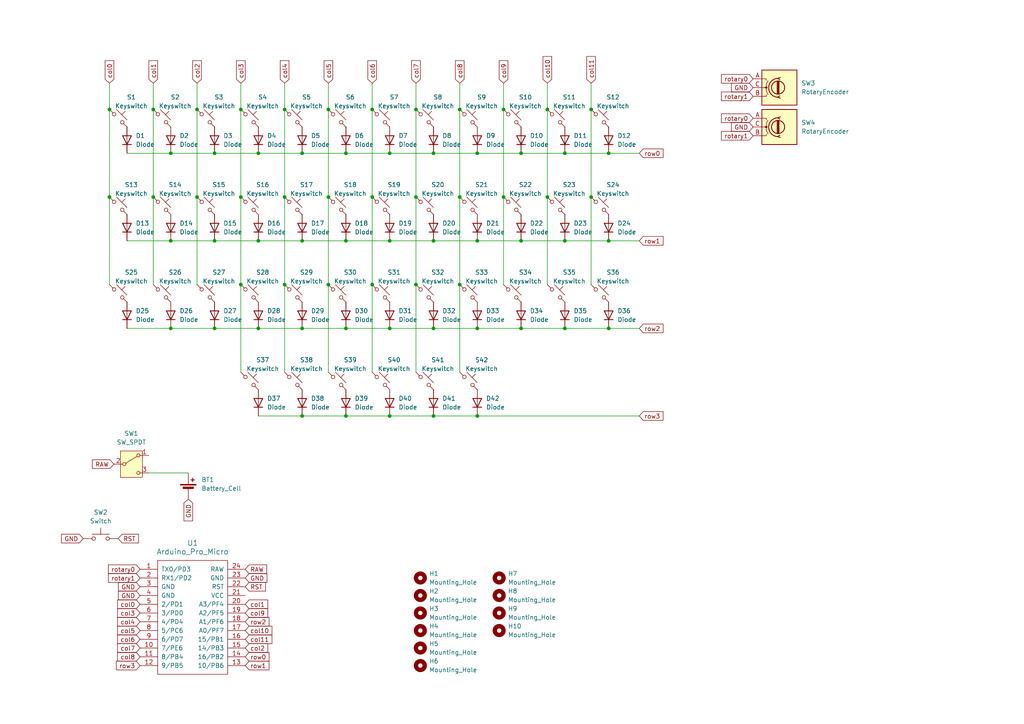
<source format=kicad_sch>
(kicad_sch (version 20250114) (generator "eeschema") (generator_version "9.0")
  (paper "A4")
  (junction (at 120.65 57.15))
  (junction (at 69.85 57.15))
  (junction (at 69.85 82.55))
  (junction (at 31.75 31.75))
  (junction (at 113.03 95.25))
  (junction (at 57.15 31.75))
  (junction (at 151.13 44.45))
  (junction (at 125.73 95.25))
  (junction (at 176.53 95.25))
  (junction (at 100.33 120.65))
  (junction (at 151.13 69.85))
  (junction (at 87.63 44.45))
  (junction (at 125.73 44.45))
  (junction (at 171.45 57.15))
  (junction (at 62.23 95.25))
  (junction (at 95.25 31.75))
  (junction (at 163.83 44.45))
  (junction (at 95.25 82.55))
  (junction (at 100.33 69.85))
  (junction (at 31.75 57.15))
  (junction (at 49.53 69.85))
  (junction (at 57.15 57.15))
  (junction (at 171.45 31.75))
  (junction (at 120.65 31.75))
  (junction (at 74.93 44.45))
  (junction (at 62.23 44.45))
  (junction (at 151.13 95.25))
  (junction (at 107.95 57.15))
  (junction (at 113.03 120.65))
  (junction (at 125.73 69.85))
  (junction (at 113.03 44.45))
  (junction (at 107.95 31.75))
  (junction (at 100.33 44.45))
  (junction (at 133.35 82.55))
  (junction (at 87.63 69.85))
  (junction (at 138.43 44.45))
  (junction (at 82.55 82.55))
  (junction (at 125.73 120.65))
  (junction (at 113.03 69.85))
  (junction (at 120.65 82.55))
  (junction (at 158.75 31.75))
  (junction (at 176.53 44.45))
  (junction (at 82.55 31.75))
  (junction (at 163.83 69.85))
  (junction (at 163.83 95.25))
  (junction (at 44.45 31.75))
  (junction (at 176.53 69.85))
  (junction (at 133.35 31.75))
  (junction (at 69.85 31.75))
  (junction (at 49.53 44.45))
  (junction (at 95.25 57.15))
  (junction (at 82.55 57.15))
  (junction (at 107.95 82.55))
  (junction (at 146.05 57.15))
  (junction (at 100.33 95.25))
  (junction (at 49.53 95.25))
  (junction (at 138.43 95.25))
  (junction (at 62.23 69.85))
  (junction (at 158.75 57.15))
  (junction (at 87.63 120.65))
  (junction (at 133.35 57.15))
  (junction (at 138.43 120.65))
  (junction (at 146.05 31.75))
  (junction (at 74.93 95.25))
  (junction (at 44.45 57.15))
  (junction (at 87.63 95.25))
  (junction (at 138.43 69.85))
  (junction (at 74.93 69.85))
  (wire (pts (xy 87.63 120.65) (xy 100.33 120.65)))
  (wire (pts (xy 100.33 44.45) (xy 113.03 44.45)))
  (wire (pts (xy 69.85 57.15) (xy 69.85 82.55)))
  (wire (pts (xy 113.03 120.65) (xy 125.73 120.65)))
  (wire (pts (xy 113.03 69.85) (xy 125.73 69.85)))
  (wire (pts (xy 125.73 44.45) (xy 138.43 44.45)))
  (wire (pts (xy 44.45 24.13) (xy 44.45 31.75)))
  (wire (pts (xy 36.83 69.85) (xy 49.53 69.85)))
  (wire (pts (xy 138.43 120.65) (xy 185.42 120.65)))
  (wire (pts (xy 151.13 69.85) (xy 163.83 69.85)))
  (wire (pts (xy 120.65 57.15) (xy 120.65 82.55)))
  (wire (pts (xy 171.45 31.75) (xy 171.45 57.15)))
  (wire (pts (xy 176.53 95.25) (xy 185.42 95.25)))
  (wire (pts (xy 107.95 57.15) (xy 107.95 82.55)))
  (wire (pts (xy 49.53 95.25) (xy 62.23 95.25)))
  (wire (pts (xy 176.53 44.45) (xy 185.42 44.45)))
  (wire (pts (xy 163.83 44.45) (xy 176.53 44.45)))
  (wire (pts (xy 158.75 31.75) (xy 158.75 57.15)))
  (wire (pts (xy 133.35 57.15) (xy 133.35 82.55)))
  (wire (pts (xy 176.53 69.85) (xy 185.42 69.85)))
  (wire (pts (xy 31.75 57.15) (xy 31.75 82.55)))
  (wire (pts (xy 125.73 69.85) (xy 138.43 69.85)))
  (wire (pts (xy 36.83 95.25) (xy 49.53 95.25)))
  (wire (pts (xy 171.45 24.13) (xy 171.45 31.75)))
  (wire (pts (xy 158.75 57.15) (xy 158.75 82.55)))
  (wire (pts (xy 62.23 69.85) (xy 74.93 69.85)))
  (wire (pts (xy 36.83 44.45) (xy 49.53 44.45)))
  (wire (pts (xy 87.63 95.25) (xy 100.33 95.25)))
  (wire (pts (xy 95.25 82.55) (xy 95.25 107.95)))
  (wire (pts (xy 107.95 24.13) (xy 107.95 31.75)))
  (wire (pts (xy 62.23 95.25) (xy 74.93 95.25)))
  (wire (pts (xy 120.65 82.55) (xy 120.65 107.95)))
  (wire (pts (xy 95.25 24.13) (xy 95.25 31.75)))
  (wire (pts (xy 62.23 44.45) (xy 74.93 44.45)))
  (wire (pts (xy 158.75 24.13) (xy 158.75 31.75)))
  (wire (pts (xy 163.83 95.25) (xy 176.53 95.25)))
  (wire (pts (xy 95.25 57.15) (xy 95.25 82.55)))
  (wire (pts (xy 133.35 31.75) (xy 133.35 57.15)))
  (wire (pts (xy 82.55 57.15) (xy 82.55 82.55)))
  (wire (pts (xy 82.55 82.55) (xy 82.55 107.95)))
  (wire (pts (xy 125.73 120.65) (xy 138.43 120.65)))
  (wire (pts (xy 133.35 24.13) (xy 133.35 31.75)))
  (wire (pts (xy 146.05 31.75) (xy 146.05 57.15)))
  (wire (pts (xy 87.63 44.45) (xy 100.33 44.45)))
  (wire (pts (xy 74.93 44.45) (xy 87.63 44.45)))
  (wire (pts (xy 107.95 82.55) (xy 107.95 107.95)))
  (wire (pts (xy 49.53 44.45) (xy 62.23 44.45)))
  (wire (pts (xy 44.45 57.15) (xy 44.45 82.55)))
  (wire (pts (xy 100.33 95.25) (xy 113.03 95.25)))
  (wire (pts (xy 49.53 69.85) (xy 62.23 69.85)))
  (wire (pts (xy 31.75 24.13) (xy 31.75 31.75)))
  (wire (pts (xy 43.18 137.16) (xy 54.61 137.16)))
  (wire (pts (xy 113.03 44.45) (xy 125.73 44.45)))
  (wire (pts (xy 69.85 82.55) (xy 69.85 107.95)))
  (wire (pts (xy 57.15 31.75) (xy 57.15 57.15)))
  (wire (pts (xy 82.55 31.75) (xy 82.55 57.15)))
  (wire (pts (xy 107.95 31.75) (xy 107.95 57.15)))
  (wire (pts (xy 82.55 24.13) (xy 82.55 31.75)))
  (wire (pts (xy 138.43 95.25) (xy 151.13 95.25)))
  (wire (pts (xy 74.93 95.25) (xy 87.63 95.25)))
  (wire (pts (xy 74.93 120.65) (xy 87.63 120.65)))
  (wire (pts (xy 74.93 69.85) (xy 87.63 69.85)))
  (wire (pts (xy 146.05 24.13) (xy 146.05 31.75)))
  (wire (pts (xy 87.63 69.85) (xy 100.33 69.85)))
  (wire (pts (xy 57.15 57.15) (xy 57.15 82.55)))
  (wire (pts (xy 113.03 95.25) (xy 125.73 95.25)))
  (wire (pts (xy 31.75 31.75) (xy 31.75 57.15)))
  (wire (pts (xy 171.45 57.15) (xy 171.45 82.55)))
  (wire (pts (xy 100.33 120.65) (xy 113.03 120.65)))
  (wire (pts (xy 57.15 24.13) (xy 57.15 31.75)))
  (wire (pts (xy 163.83 69.85) (xy 176.53 69.85)))
  (wire (pts (xy 69.85 24.13) (xy 69.85 31.75)))
  (wire (pts (xy 138.43 69.85) (xy 151.13 69.85)))
  (wire (pts (xy 44.45 31.75) (xy 44.45 57.15)))
  (wire (pts (xy 100.33 69.85) (xy 113.03 69.85)))
  (wire (pts (xy 151.13 95.25) (xy 163.83 95.25)))
  (wire (pts (xy 146.05 57.15) (xy 146.05 82.55)))
  (wire (pts (xy 125.73 95.25) (xy 138.43 95.25)))
  (wire (pts (xy 133.35 82.55) (xy 133.35 107.95)))
  (wire (pts (xy 120.65 24.13) (xy 120.65 31.75)))
  (wire (pts (xy 151.13 44.45) (xy 163.83 44.45)))
  (wire (pts (xy 95.25 31.75) (xy 95.25 57.15)))
  (wire (pts (xy 69.85 31.75) (xy 69.85 57.15)))
  (wire (pts (xy 120.65 31.75) (xy 120.65 57.15)))
  (wire (pts (xy 138.43 44.45) (xy 151.13 44.45)))
  (global_label "col0" (shape input) (at 40.64 175.26 180) (property "Intersheetrefs" "${INTERSHEET_REFS}" (effects (hide yes))))
  (global_label "row1" (shape input) (at 185.42 69.85 0) (property "Intersheetrefs" "${INTERSHEET_REFS}" (effects (hide yes))))
  (global_label "GND" (shape input) (at 40.64 172.72 180) (property "Intersheetrefs" "${INTERSHEET_REFS}" (effects (hide yes))))
  (global_label "row0" (shape input) (at 71.12 190.5 0) (property "Intersheetrefs" "${INTERSHEET_REFS}" (effects (hide yes))))
  (global_label "GND" (shape input) (at 218.44 25.4 180) (property "Intersheetrefs" "${INTERSHEET_REFS}" (effects (hide yes))))
  (global_label "RAW" (shape input) (at 71.12 165.1 0) (property "Intersheetrefs" "${INTERSHEET_REFS}" (effects (hide yes))))
  (global_label "row0" (shape input) (at 185.42 44.45 0) (property "Intersheetrefs" "${INTERSHEET_REFS}" (effects (hide yes))))
  (global_label "col0" (shape input) (at 31.75 24.13 90) (property "Intersheetrefs" "${INTERSHEET_REFS}" (effects (hide yes))))
  (global_label "col11" (shape input) (at 171.45 24.13 90) (property "Intersheetrefs" "${INTERSHEET_REFS}" (effects (hide yes))))
  (global_label "row2" (shape input) (at 185.42 95.25 0) (property "Intersheetrefs" "${INTERSHEET_REFS}" (effects (hide yes))))
  (global_label "col7" (shape input) (at 120.65 24.13 90) (property "Intersheetrefs" "${INTERSHEET_REFS}" (effects (hide yes))))
  (global_label "col4" (shape input) (at 82.55 24.13 90) (property "Intersheetrefs" "${INTERSHEET_REFS}" (effects (hide yes))))
  (global_label "col5" (shape input) (at 95.25 24.13 90) (property "Intersheetrefs" "${INTERSHEET_REFS}" (effects (hide yes))))
  (global_label "rotary0" (shape input) (at 218.44 22.86 180) (property "Intersheetrefs" "${INTERSHEET_REFS}" (effects (hide yes))))
  (global_label "row3" (shape input) (at 185.42 120.65 0) (property "Intersheetrefs" "${INTERSHEET_REFS}" (effects (hide yes))))
  (global_label "col9" (shape input) (at 71.12 177.8 0) (property "Intersheetrefs" "${INTERSHEET_REFS}" (effects (hide yes))))
  (global_label "rotary1" (shape input) (at 40.64 167.64 180) (property "Intersheetrefs" "${INTERSHEET_REFS}" (effects (hide yes))))
  (global_label "col6" (shape input) (at 107.95 24.13 90) (property "Intersheetrefs" "${INTERSHEET_REFS}" (effects (hide yes))))
  (global_label "GND" (shape input) (at 40.64 170.18 180) (property "Intersheetrefs" "${INTERSHEET_REFS}" (effects (hide yes))))
  (global_label "GND" (shape input) (at 24.13 156.21 180) (property "Intersheetrefs" "${INTERSHEET_REFS}" (effects (hide yes))))
  (global_label "col8" (shape input) (at 40.64 190.5 180) (property "Intersheetrefs" "${INTERSHEET_REFS}" (effects (hide yes))))
  (global_label "rotary0" (shape input) (at 218.44 34.29 180) (property "Intersheetrefs" "${INTERSHEET_REFS}" (effects (hide yes))))
  (global_label "row1" (shape input) (at 71.12 193.04 0) (property "Intersheetrefs" "${INTERSHEET_REFS}" (effects (hide yes))))
  (global_label "row2" (shape input) (at 71.12 180.34 0) (property "Intersheetrefs" "${INTERSHEET_REFS}" (effects (hide yes))))
  (global_label "col9" (shape input) (at 146.05 24.13 90) (property "Intersheetrefs" "${INTERSHEET_REFS}" (effects (hide yes))))
  (global_label "col2" (shape input) (at 71.12 187.96 0) (property "Intersheetrefs" "${INTERSHEET_REFS}" (effects (hide yes))))
  (global_label "col10" (shape input) (at 71.12 182.88 0) (property "Intersheetrefs" "${INTERSHEET_REFS}" (effects (hide yes))))
  (global_label "rotary0" (shape input) (at 40.64 165.1 180) (property "Intersheetrefs" "${INTERSHEET_REFS}" (effects (hide yes))))
  (global_label "col3" (shape input) (at 69.85 24.13 90) (property "Intersheetrefs" "${INTERSHEET_REFS}" (effects (hide yes))))
  (global_label "RAW" (shape input) (at 33.02 134.62 180) (property "Intersheetrefs" "${INTERSHEET_REFS}" (effects (hide yes))))
  (global_label "RST" (shape input) (at 71.12 170.18 0) (property "Intersheetrefs" "${INTERSHEET_REFS}" (effects (hide yes))))
  (global_label "RST" (shape input) (at 34.29 156.21 0) (property "Intersheetrefs" "${INTERSHEET_REFS}" (effects (hide yes))))
  (global_label "row3" (shape input) (at 40.64 193.04 180) (property "Intersheetrefs" "${INTERSHEET_REFS}" (effects (hide yes))))
  (global_label "col10" (shape input) (at 158.75 24.13 90) (property "Intersheetrefs" "${INTERSHEET_REFS}" (effects (hide yes))))
  (global_label "col4" (shape input) (at 40.64 180.34 180) (property "Intersheetrefs" "${INTERSHEET_REFS}" (effects (hide yes))))
  (global_label "col11" (shape input) (at 71.12 185.42 0) (property "Intersheetrefs" "${INTERSHEET_REFS}" (effects (hide yes))))
  (global_label "rotary1" (shape input) (at 218.44 39.37 180) (property "Intersheetrefs" "${INTERSHEET_REFS}" (effects (hide yes))))
  (global_label "col2" (shape input) (at 57.15 24.13 90) (property "Intersheetrefs" "${INTERSHEET_REFS}" (effects (hide yes))))
  (global_label "col3" (shape input) (at 40.64 177.8 180) (property "Intersheetrefs" "${INTERSHEET_REFS}" (effects (hide yes))))
  (global_label "col6" (shape input) (at 40.64 185.42 180) (property "Intersheetrefs" "${INTERSHEET_REFS}" (effects (hide yes))))
  (global_label "col1" (shape input) (at 71.12 175.26 0) (property "Intersheetrefs" "${INTERSHEET_REFS}" (effects (hide yes))))
  (global_label "col1" (shape input) (at 44.45 24.13 90) (property "Intersheetrefs" "${INTERSHEET_REFS}" (effects (hide yes))))
  (global_label "GND" (shape input) (at 71.12 167.64 0) (property "Intersheetrefs" "${INTERSHEET_REFS}" (effects (hide yes))))
  (global_label "col5" (shape input) (at 40.64 182.88 180) (property "Intersheetrefs" "${INTERSHEET_REFS}" (effects (hide yes))))
  (global_label "GND" (shape input) (at 54.61 144.78 270) (property "Intersheetrefs" "${INTERSHEET_REFS}" (effects (hide yes))))
  (global_label "rotary1" (shape input) (at 218.44 27.94 180) (property "Intersheetrefs" "${INTERSHEET_REFS}" (effects (hide yes))))
  (global_label "GND" (shape input) (at 218.44 36.83 180) (property "Intersheetrefs" "${INTERSHEET_REFS}" (effects (hide yes))))
  (global_label "col8" (shape input) (at 133.35 24.13 90) (property "Intersheetrefs" "${INTERSHEET_REFS}" (effects (hide yes))))
  (global_label "col7" (shape input) (at 40.64 187.96 180) (property "Intersheetrefs" "${INTERSHEET_REFS}" (effects (hide yes))))
  (symbol (lib_id "ScottoKeebs:Placeholder_Diode") (at 125.73 116.84 90) (unit 1)
    (property "Reference" "D41" (at 128.27 115.5699 90) (effects (justify right)))
    (property "Value" "Diode" (at 128.27 118.1099 90) (effects (justify right)))
    (property "Footprint" "ScottoKeebs_Components:Diode_SOD-123" (effects (hide yes)))
    (property "Description" "1N4148 (DO-35) or 1N4148W (SOD-123)" (effects (hide yes)))
    (property "Sim.Device" "D" (effects (hide yes)))
    (property "Sim.Pins" "1=K 2=A" (effects (hide yes)))
  )
  (symbol (lib_id "ScottoKeebs:Placeholder_Diode") (at 151.13 40.64 90) (unit 1)
    (property "Reference" "D10" (at 153.67 39.3699 90) (effects (justify right)))
    (property "Value" "Diode" (at 153.67 41.9099 90) (effects (justify right)))
    (property "Footprint" "ScottoKeebs_Components:Diode_SOD-123" (effects (hide yes)))
    (property "Description" "1N4148 (DO-35) or 1N4148W (SOD-123)" (effects (hide yes)))
    (property "Sim.Device" "D" (effects (hide yes)))
    (property "Sim.Pins" "1=K 2=A" (effects (hide yes)))
  )
  (symbol (lib_id "ScottoKeebs:Placeholder_Keyswitch") (at 173.99 59.69 270) (mirror x) (unit 1)
    (property "Reference" "S24" (at 177.8 53.594 90))
    (property "Value" "Keyswitch" (at 177.8 56.134 90))
    (property "Footprint" "ScottoKeebs_Hotswap:Hotswap_Choc_V1_1.00u no silkscreen" (effects (hide yes)))
    (property "Description" "Push button switch, normally open, two pins, 45° tilted" (effects (hide yes)))
  )
  (symbol (lib_id "ScottoKeebs:Placeholder_Diode") (at 49.53 91.44 90) (unit 1)
    (property "Reference" "D26" (at 52.07 90.1699 90) (effects (justify right)))
    (property "Value" "Diode" (at 52.07 92.7099 90) (effects (justify right)))
    (property "Footprint" "ScottoKeebs_Components:Diode_SOD-123" (effects (hide yes)))
    (property "Description" "1N4148 (DO-35) or 1N4148W (SOD-123)" (effects (hide yes)))
    (property "Sim.Device" "D" (effects (hide yes)))
    (property "Sim.Pins" "1=K 2=A" (effects (hide yes)))
  )
  (symbol (lib_id "ScottoKeebs:Placeholder_Keyswitch") (at 148.59 59.69 270) (mirror x) (unit 1)
    (property "Reference" "S22" (at 152.4 53.594 90))
    (property "Value" "Keyswitch" (at 152.4 56.134 90))
    (property "Footprint" "ScottoKeebs_Hotswap:Hotswap_Choc_V1_1.00u no silkscreen" (effects (hide yes)))
    (property "Description" "Push button switch, normally open, two pins, 45° tilted" (effects (hide yes)))
  )
  (symbol (lib_id "ScottoKeebs:Placeholder_Diode") (at 49.53 40.64 90) (unit 1)
    (property "Reference" "D2" (at 52.07 39.3699 90) (effects (justify right)))
    (property "Value" "Diode" (at 52.07 41.9099 90) (effects (justify right)))
    (property "Footprint" "ScottoKeebs_Components:Diode_SOD-123" (effects (hide yes)))
    (property "Description" "1N4148 (DO-35) or 1N4148W (SOD-123)" (effects (hide yes)))
    (property "Sim.Device" "D" (effects (hide yes)))
    (property "Sim.Pins" "1=K 2=A" (effects (hide yes)))
  )
  (symbol (lib_id "ScottoKeebs:Placeholder_Mounting_Hole") (at 121.92 177.8 0) (unit 1)
    (property "Reference" "H3" (at 124.46 176.5299 0) (effects (justify left)))
    (property "Value" "Mounting_Hole" (at 124.46 179.0699 0) (effects (justify left)))
    (property "Footprint" "MountingHole:MountingHole_2.2mm_M2_DIN965_Pad_TopBottom" (effects (hide yes)))
    (property "Description" "Mounting Hole without connection" (effects (hide yes)))
  )
  (symbol (lib_id "ScottoKeebs:Placeholder_Diode") (at 87.63 66.04 90) (unit 1)
    (property "Reference" "D17" (at 90.17 64.7699 90) (effects (justify right)))
    (property "Value" "Diode" (at 90.17 67.3099 90) (effects (justify right)))
    (property "Footprint" "ScottoKeebs_Components:Diode_SOD-123" (effects (hide yes)))
    (property "Description" "1N4148 (DO-35) or 1N4148W (SOD-123)" (effects (hide yes)))
    (property "Sim.Device" "D" (effects (hide yes)))
    (property "Sim.Pins" "1=K 2=A" (effects (hide yes)))
  )
  (symbol (lib_id "ScottoKeebs:Placeholder_Diode") (at 125.73 40.64 90) (unit 1)
    (property "Reference" "D8" (at 128.27 39.3699 90) (effects (justify right)))
    (property "Value" "Diode" (at 128.27 41.9099 90) (effects (justify right)))
    (property "Footprint" "ScottoKeebs_Components:Diode_SOD-123" (effects (hide yes)))
    (property "Description" "1N4148 (DO-35) or 1N4148W (SOD-123)" (effects (hide yes)))
    (property "Sim.Device" "D" (effects (hide yes)))
    (property "Sim.Pins" "1=K 2=A" (effects (hide yes)))
  )
  (symbol (lib_id "ScottoKeebs:Placeholder_Keyswitch") (at 123.19 110.49 270) (mirror x) (unit 1)
    (property "Reference" "S41" (at 127 104.394 90))
    (property "Value" "Keyswitch" (at 127 106.934 90))
    (property "Footprint" "ScottoKeebs_Hotswap:Hotswap_Choc_V1_1.00u no silkscreen" (effects (hide yes)))
    (property "Description" "Push button switch, normally open, two pins, 45° tilted" (effects (hide yes)))
  )
  (symbol (lib_id "ScottoKeebs:Placeholder_Mounting_Hole") (at 121.92 167.64 0) (unit 1)
    (property "Reference" "H1" (at 124.46 166.3699 0) (effects (justify left)))
    (property "Value" "Mounting_Hole" (at 124.46 168.9099 0) (effects (justify left)))
    (property "Footprint" "MountingHole:MountingHole_2.2mm_M2_DIN965_Pad_TopBottom" (effects (hide yes)))
    (property "Description" "Mounting Hole without connection" (effects (hide yes)))
  )
  (symbol (lib_id "ScottoKeebs:Placeholder_Diode") (at 100.33 40.64 90) (unit 1)
    (property "Reference" "D6" (at 102.87 39.3699 90) (effects (justify right)))
    (property "Value" "Diode" (at 102.87 41.9099 90) (effects (justify right)))
    (property "Footprint" "ScottoKeebs_Components:Diode_SOD-123" (effects (hide yes)))
    (property "Description" "1N4148 (DO-35) or 1N4148W (SOD-123)" (effects (hide yes)))
    (property "Sim.Device" "D" (effects (hide yes)))
    (property "Sim.Pins" "1=K 2=A" (effects (hide yes)))
  )
  (symbol (lib_id "ScottoKeebs:Placeholder_Diode") (at 138.43 116.84 90) (unit 1)
    (property "Reference" "D42" (at 140.97 115.5699 90) (effects (justify right)))
    (property "Value" "Diode" (at 140.97 118.1099 90) (effects (justify right)))
    (property "Footprint" "ScottoKeebs_Components:Diode_SOD-123" (effects (hide yes)))
    (property "Description" "1N4148 (DO-35) or 1N4148W (SOD-123)" (effects (hide yes)))
    (property "Sim.Device" "D" (effects (hide yes)))
    (property "Sim.Pins" "1=K 2=A" (effects (hide yes)))
  )
  (symbol (lib_id "ScottoKeebs:Placeholder_Keyswitch") (at 97.79 110.49 270) (mirror x) (unit 1)
    (property "Reference" "S39" (at 101.6 104.394 90))
    (property "Value" "Keyswitch" (at 101.6 106.934 90))
    (property "Footprint" "ScottoKeebs_Hotswap:Hotswap_Choc_V1_1.00u no silkscreen" (effects (hide yes)))
    (property "Description" "Push button switch, normally open, two pins, 45° tilted" (effects (hide yes)))
  )
  (symbol (lib_id "ScottoKeebs:Placeholder_Diode") (at 74.93 40.64 90) (unit 1)
    (property "Reference" "D4" (at 77.47 39.3699 90) (effects (justify right)))
    (property "Value" "Diode" (at 77.47 41.9099 90) (effects (justify right)))
    (property "Footprint" "ScottoKeebs_Components:Diode_SOD-123" (effects (hide yes)))
    (property "Description" "1N4148 (DO-35) or 1N4148W (SOD-123)" (effects (hide yes)))
    (property "Sim.Device" "D" (effects (hide yes)))
    (property "Sim.Pins" "1=K 2=A" (effects (hide yes)))
  )
  (symbol (lib_id "ScottoKeebs:Placeholder_Keyswitch") (at 110.49 34.29 270) (mirror x) (unit 1)
    (property "Reference" "S7" (at 114.3 28.194 90))
    (property "Value" "Keyswitch" (at 114.3 30.734 90))
    (property "Footprint" "ScottoKeebs_Hotswap:Hotswap_Choc_V1_1.00u no silkscreen" (effects (hide yes)))
    (property "Description" "Push button switch, normally open, two pins, 45° tilted" (effects (hide yes)))
  )
  (symbol (lib_id "ScottoKeebs:Placeholder_Keyswitch") (at 173.99 34.29 270) (mirror x) (unit 1)
    (property "Reference" "S12" (at 177.8 28.194 90))
    (property "Value" "Keyswitch" (at 177.8 30.734 90))
    (property "Footprint" "ScottoKeebs_Hotswap:Hotswap_Choc_V1_1.00u no silkscreen" (effects (hide yes)))
    (property "Description" "Push button switch, normally open, two pins, 45° tilted" (effects (hide yes)))
  )
  (symbol (lib_id "ScottoKeebs:Placeholder_Mounting_Hole") (at 121.92 193.04 0) (unit 1)
    (property "Reference" "H6" (at 124.46 191.7699 0) (effects (justify left)))
    (property "Value" "Mounting_Hole" (at 124.46 194.3099 0) (effects (justify left)))
    (property "Footprint" "MountingHole:MountingHole_2.2mm_M2_DIN965_Pad_TopBottom" (effects (hide yes)))
    (property "Description" "Mounting Hole without connection" (effects (hide yes)))
  )
  (symbol (lib_id "ScottoKeebs:Placeholder_Keyswitch") (at 135.89 110.49 270) (mirror x) (unit 1)
    (property "Reference" "S42" (at 139.7 104.394 90))
    (property "Value" "Keyswitch" (at 139.7 106.934 90))
    (property "Footprint" "ScottoKeebs_Hotswap:Hotswap_Choc_V1_1.00u no silkscreen" (effects (hide yes)))
    (property "Description" "Push button switch, normally open, two pins, 45° tilted" (effects (hide yes)))
  )
  (symbol (lib_id "ScottoKeebs:Placeholder_Mounting_Hole") (at 144.78 167.64 0) (unit 1)
    (property "Reference" "H7" (at 147.32 166.3699 0) (effects (justify left)))
    (property "Value" "Mounting_Hole" (at 147.32 168.9099 0) (effects (justify left)))
    (property "Footprint" "MountingHole:MountingHole_3.2mm_M3" (effects (hide yes)))
    (property "Description" "Mounting Hole without connection" (effects (hide yes)))
  )
  (symbol (lib_id "ScottoKeebs:Placeholder_Keyswitch") (at 161.29 85.09 270) (mirror x) (unit 1)
    (property "Reference" "S35" (at 165.1 78.994 90))
    (property "Value" "Keyswitch" (at 165.1 81.534 90))
    (property "Footprint" "ScottoKeebs_Hotswap:Hotswap_Choc_V1_1.00u no silkscreen" (effects (hide yes)))
    (property "Description" "Push button switch, normally open, two pins, 45° tilted" (effects (hide yes)))
  )
  (symbol (lib_id "ScottoKeebs:Placeholder_Diode") (at 62.23 91.44 90) (unit 1)
    (property "Reference" "D27" (at 64.77 90.1699 90) (effects (justify right)))
    (property "Value" "Diode" (at 64.77 92.7099 90) (effects (justify right)))
    (property "Footprint" "ScottoKeebs_Components:Diode_SOD-123" (effects (hide yes)))
    (property "Description" "1N4148 (DO-35) or 1N4148W (SOD-123)" (effects (hide yes)))
    (property "Sim.Device" "D" (effects (hide yes)))
    (property "Sim.Pins" "1=K 2=A" (effects (hide yes)))
  )
  (symbol (lib_id "ScottoKeebs:Placeholder_Diode") (at 163.83 40.64 90) (unit 1)
    (property "Reference" "D11" (at 166.37 39.3699 90) (effects (justify right)))
    (property "Value" "Diode" (at 166.37 41.9099 90) (effects (justify right)))
    (property "Footprint" "ScottoKeebs_Components:Diode_SOD-123" (effects (hide yes)))
    (property "Description" "1N4148 (DO-35) or 1N4148W (SOD-123)" (effects (hide yes)))
    (property "Sim.Device" "D" (effects (hide yes)))
    (property "Sim.Pins" "1=K 2=A" (effects (hide yes)))
  )
  (symbol (lib_id "ScottoKeebs:Placeholder_Keyswitch") (at 148.59 85.09 270) (mirror x) (unit 1)
    (property "Reference" "S34" (at 152.4 78.994 90))
    (property "Value" "Keyswitch" (at 152.4 81.534 90))
    (property "Footprint" "ScottoKeebs_Hotswap:Hotswap_Choc_V1_1.00u no silkscreen" (effects (hide yes)))
    (property "Description" "Push button switch, normally open, two pins, 45° tilted" (effects (hide yes)))
  )
  (symbol (lib_id "ScottoKeebs:Placeholder_Diode") (at 151.13 66.04 90) (unit 1)
    (property "Reference" "D22" (at 153.67 64.7699 90) (effects (justify right)))
    (property "Value" "Diode" (at 153.67 67.3099 90) (effects (justify right)))
    (property "Footprint" "ScottoKeebs_Components:Diode_SOD-123" (effects (hide yes)))
    (property "Description" "1N4148 (DO-35) or 1N4148W (SOD-123)" (effects (hide yes)))
    (property "Sim.Device" "D" (effects (hide yes)))
    (property "Sim.Pins" "1=K 2=A" (effects (hide yes)))
  )
  (symbol (lib_id "ScottoKeebs:Placeholder_Keyswitch") (at 46.99 85.09 270) (mirror x) (unit 1)
    (property "Reference" "S26" (at 50.8 78.994 90))
    (property "Value" "Keyswitch" (at 50.8 81.534 90))
    (property "Footprint" "ScottoKeebs_Hotswap:Hotswap_Choc_V1_1.00u no silkscreen" (effects (hide yes)))
    (property "Description" "Push button switch, normally open, two pins, 45° tilted" (effects (hide yes)))
  )
  (symbol (lib_id "ScottoKeebs:Placeholder_Keyswitch") (at 110.49 59.69 270) (mirror x) (unit 1)
    (property "Reference" "S19" (at 114.3 53.594 90))
    (property "Value" "Keyswitch" (at 114.3 56.134 90))
    (property "Footprint" "ScottoKeebs_Hotswap:Hotswap_Choc_V1_1.00u no silkscreen" (effects (hide yes)))
    (property "Description" "Push button switch, normally open, two pins, 45° tilted" (effects (hide yes)))
  )
  (symbol (lib_id "ScottoKeebs:Placeholder_Diode") (at 87.63 40.64 90) (unit 1)
    (property "Reference" "D5" (at 90.17 39.3699 90) (effects (justify right)))
    (property "Value" "Diode" (at 90.17 41.9099 90) (effects (justify right)))
    (property "Footprint" "ScottoKeebs_Components:Diode_SOD-123" (effects (hide yes)))
    (property "Description" "1N4148 (DO-35) or 1N4148W (SOD-123)" (effects (hide yes)))
    (property "Sim.Device" "D" (effects (hide yes)))
    (property "Sim.Pins" "1=K 2=A" (effects (hide yes)))
  )
  (symbol (lib_id "ScottoKeebs:Placeholder_Mounting_Hole") (at 121.92 172.72 0) (unit 1)
    (property "Reference" "H2" (at 124.46 171.4499 0) (effects (justify left)))
    (property "Value" "Mounting_Hole" (at 124.46 173.9899 0) (effects (justify left)))
    (property "Footprint" "MountingHole:MountingHole_2.2mm_M2_DIN965_Pad_TopBottom" (effects (hide yes)))
    (property "Description" "Mounting Hole without connection" (effects (hide yes)))
  )
  (symbol (lib_id "ScottoKeebs:Placeholder_Keyswitch") (at 123.19 59.69 270) (mirror x) (unit 1)
    (property "Reference" "S20" (at 127 53.594 90))
    (property "Value" "Keyswitch" (at 127 56.134 90))
    (property "Footprint" "ScottoKeebs_Hotswap:Hotswap_Choc_V1_1.00u no silkscreen" (effects (hide yes)))
    (property "Description" "Push button switch, normally open, two pins, 45° tilted" (effects (hide yes)))
  )
  (symbol (lib_id "ScottoKeebs:Placeholder_Diode") (at 138.43 40.64 90) (unit 1)
    (property "Reference" "D9" (at 140.97 39.3699 90) (effects (justify right)))
    (property "Value" "Diode" (at 140.97 41.9099 90) (effects (justify right)))
    (property "Footprint" "ScottoKeebs_Components:Diode_SOD-123" (effects (hide yes)))
    (property "Description" "1N4148 (DO-35) or 1N4148W (SOD-123)" (effects (hide yes)))
    (property "Sim.Device" "D" (effects (hide yes)))
    (property "Sim.Pins" "1=K 2=A" (effects (hide yes)))
  )
  (symbol (lib_id "ScottoKeebs:Placeholder_Keyswitch") (at 46.99 34.29 270) (mirror x) (unit 1)
    (property "Reference" "S2" (at 50.8 28.194 90))
    (property "Value" "Keyswitch" (at 50.8 30.734 90))
    (property "Footprint" "ScottoKeebs_Hotswap:Hotswap_Choc_V1_1.00u no silkscreen" (effects (hide yes)))
    (property "Description" "Push button switch, normally open, two pins, 45° tilted" (effects (hide yes)))
  )
  (symbol (lib_id "ScottoKeebs:Placeholder_Keyswitch") (at 85.09 110.49 270) (mirror x) (unit 1)
    (property "Reference" "S38" (at 88.9 104.394 90))
    (property "Value" "Keyswitch" (at 88.9 106.934 90))
    (property "Footprint" "ScottoKeebs_Hotswap:Hotswap_Choc_V1_1.00u no silkscreen" (effects (hide yes)))
    (property "Description" "Push button switch, normally open, two pins, 45° tilted" (effects (hide yes)))
  )
  (symbol (lib_id "ScottoKeebs:Placeholder_Keyswitch") (at 72.39 59.69 270) (mirror x) (unit 1)
    (property "Reference" "S16" (at 76.2 53.594 90))
    (property "Value" "Keyswitch" (at 76.2 56.134 90))
    (property "Footprint" "ScottoKeebs_Hotswap:Hotswap_Choc_V1_1.00u no silkscreen" (effects (hide yes)))
    (property "Description" "Push button switch, normally open, two pins, 45° tilted" (effects (hide yes)))
  )
  (symbol (lib_id "ScottoKeebs:Placeholder_Keyswitch") (at 72.39 85.09 270) (mirror x) (unit 1)
    (property "Reference" "S28" (at 76.2 78.994 90))
    (property "Value" "Keyswitch" (at 76.2 81.534 90))
    (property "Footprint" "ScottoKeebs_Hotswap:Hotswap_Choc_V1_1.00u no silkscreen" (effects (hide yes)))
    (property "Description" "Push button switch, normally open, two pins, 45° tilted" (effects (hide yes)))
  )
  (symbol (lib_id "ScottoKeebs:Placeholder_Diode") (at 125.73 91.44 90) (unit 1)
    (property "Reference" "D32" (at 128.27 90.1699 90) (effects (justify right)))
    (property "Value" "Diode" (at 128.27 92.7099 90) (effects (justify right)))
    (property "Footprint" "ScottoKeebs_Components:Diode_SOD-123" (effects (hide yes)))
    (property "Description" "1N4148 (DO-35) or 1N4148W (SOD-123)" (effects (hide yes)))
    (property "Sim.Device" "D" (effects (hide yes)))
    (property "Sim.Pins" "1=K 2=A" (effects (hide yes)))
  )
  (symbol (lib_id "ScottoKeebs:Placeholder_Keyswitch") (at 59.69 85.09 270) (mirror x) (unit 1)
    (property "Reference" "S27" (at 63.5 78.994 90))
    (property "Value" "Keyswitch" (at 63.5 81.534 90))
    (property "Footprint" "ScottoKeebs_Hotswap:Hotswap_Choc_V1_1.00u no silkscreen" (effects (hide yes)))
    (property "Description" "Push button switch, normally open, two pins, 45° tilted" (effects (hide yes)))
  )
  (symbol (lib_id "ScottoKeebs:Placeholder_Diode") (at 62.23 40.64 90) (unit 1)
    (property "Reference" "D3" (at 64.77 39.3699 90) (effects (justify right)))
    (property "Value" "Diode" (at 64.77 41.9099 90) (effects (justify right)))
    (property "Footprint" "ScottoKeebs_Components:Diode_SOD-123" (effects (hide yes)))
    (property "Description" "1N4148 (DO-35) or 1N4148W (SOD-123)" (effects (hide yes)))
    (property "Sim.Device" "D" (effects (hide yes)))
    (property "Sim.Pins" "1=K 2=A" (effects (hide yes)))
  )
  (symbol (lib_id "ScottoKeebs:Placeholder_Diode") (at 176.53 66.04 90) (unit 1)
    (property "Reference" "D24" (at 179.07 64.7699 90) (effects (justify right)))
    (property "Value" "Diode" (at 179.07 67.3099 90) (effects (justify right)))
    (property "Footprint" "ScottoKeebs_Components:Diode_SOD-123" (effects (hide yes)))
    (property "Description" "1N4148 (DO-35) or 1N4148W (SOD-123)" (effects (hide yes)))
    (property "Sim.Device" "D" (effects (hide yes)))
    (property "Sim.Pins" "1=K 2=A" (effects (hide yes)))
  )
  (symbol (lib_id "ScottoKeebs:Placeholder_Diode") (at 113.03 91.44 90) (unit 1)
    (property "Reference" "D31" (at 115.57 90.1699 90) (effects (justify right)))
    (property "Value" "Diode" (at 115.57 92.7099 90) (effects (justify right)))
    (property "Footprint" "ScottoKeebs_Components:Diode_SOD-123" (effects (hide yes)))
    (property "Description" "1N4148 (DO-35) or 1N4148W (SOD-123)" (effects (hide yes)))
    (property "Sim.Device" "D" (effects (hide yes)))
    (property "Sim.Pins" "1=K 2=A" (effects (hide yes)))
  )
  (symbol (lib_id "ScottoKeebs:Placeholder_Keyswitch") (at 46.99 59.69 270) (mirror x) (unit 1)
    (property "Reference" "S14" (at 50.8 53.594 90))
    (property "Value" "Keyswitch" (at 50.8 56.134 90))
    (property "Footprint" "ScottoKeebs_Hotswap:Hotswap_Choc_V1_1.00u no silkscreen" (effects (hide yes)))
    (property "Description" "Push button switch, normally open, two pins, 45° tilted" (effects (hide yes)))
  )
  (symbol (lib_id "ScottoKeebs:Placeholder_Diode") (at 36.83 91.44 90) (unit 1)
    (property "Reference" "D25" (at 39.37 90.1699 90) (effects (justify right)))
    (property "Value" "Diode" (at 39.37 92.7099 90) (effects (justify right)))
    (property "Footprint" "ScottoKeebs_Components:Diode_SOD-123" (effects (hide yes)))
    (property "Description" "1N4148 (DO-35) or 1N4148W (SOD-123)" (effects (hide yes)))
    (property "Sim.Device" "D" (effects (hide yes)))
    (property "Sim.Pins" "1=K 2=A" (effects (hide yes)))
  )
  (symbol (lib_id "ScottoKeebs:Placeholder_Keyswitch") (at 97.79 85.09 270) (mirror x) (unit 1)
    (property "Reference" "S30" (at 101.6 78.994 90))
    (property "Value" "Keyswitch" (at 101.6 81.534 90))
    (property "Footprint" "ScottoKeebs_Hotswap:Hotswap_Choc_V1_1.00u no silkscreen" (effects (hide yes)))
    (property "Description" "Push button switch, normally open, two pins, 45° tilted" (effects (hide yes)))
  )
  (symbol (lib_id "ScottoKeebs:Placeholder_Keyswitch") (at 123.19 34.29 270) (mirror x) (unit 1)
    (property "Reference" "S8" (at 127 28.194 90))
    (property "Value" "Keyswitch" (at 127 30.734 90))
    (property "Footprint" "ScottoKeebs_Hotswap:Hotswap_Choc_V1_1.00u no silkscreen" (effects (hide yes)))
    (property "Description" "Push button switch, normally open, two pins, 45° tilted" (effects (hide yes)))
  )
  (symbol (lib_id "ScottoKeebs:Placeholder_Diode") (at 113.03 40.64 90) (unit 1)
    (property "Reference" "D7" (at 115.57 39.3699 90) (effects (justify right)))
    (property "Value" "Diode" (at 115.57 41.9099 90) (effects (justify right)))
    (property "Footprint" "ScottoKeebs_Components:Diode_SOD-123" (effects (hide yes)))
    (property "Description" "1N4148 (DO-35) or 1N4148W (SOD-123)" (effects (hide yes)))
    (property "Sim.Device" "D" (effects (hide yes)))
    (property "Sim.Pins" "1=K 2=A" (effects (hide yes)))
  )
  (symbol (lib_id "ScottoKeebs:Placeholder_Keyswitch") (at 72.39 110.49 270) (mirror x) (unit 1)
    (property "Reference" "S37" (at 76.2 104.394 90))
    (property "Value" "Keyswitch" (at 76.2 106.934 90))
    (property "Footprint" "ScottoKeebs_Hotswap:Hotswap_Choc_V1_1.00u no silkscreen" (effects (hide yes)))
    (property "Description" "Push button switch, normally open, two pins, 45° tilted" (effects (hide yes)))
  )
  (symbol (lib_id "ScottoKeebs:Placeholder_Diode") (at 151.13 91.44 90) (unit 1)
    (property "Reference" "D34" (at 153.67 90.1699 90) (effects (justify right)))
    (property "Value" "Diode" (at 153.67 92.7099 90) (effects (justify right)))
    (property "Footprint" "ScottoKeebs_Components:Diode_SOD-123" (effects (hide yes)))
    (property "Description" "1N4148 (DO-35) or 1N4148W (SOD-123)" (effects (hide yes)))
    (property "Sim.Device" "D" (effects (hide yes)))
    (property "Sim.Pins" "1=K 2=A" (effects (hide yes)))
  )
  (symbol (lib_id "ScottoKeebs:Placeholder_Diode") (at 36.83 66.04 90) (unit 1)
    (property "Reference" "D13" (at 39.37 64.7699 90) (effects (justify right)))
    (property "Value" "Diode" (at 39.37 67.3099 90) (effects (justify right)))
    (property "Footprint" "ScottoKeebs_Components:Diode_SOD-123" (effects (hide yes)))
    (property "Description" "1N4148 (DO-35) or 1N4148W (SOD-123)" (effects (hide yes)))
    (property "Sim.Device" "D" (effects (hide yes)))
    (property "Sim.Pins" "1=K 2=A" (effects (hide yes)))
  )
  (symbol (lib_id "Device:RotaryEncoder") (at 226.06 36.83 0) (unit 1)
    (property "Reference" "SW4" (at 232.41 35.5599 0) (effects (justify left)))
    (property "Value" "RotaryEncoder" (at 232.41 38.0999 0) (effects (justify left)))
    (property "Footprint" "Rotary_Encoder:RotaryEncoder_Alps_EC12E_Vertical_H20mm" (effects (hide yes)))
    (property "Description" "Rotary encoder, dual channel, incremental quadrate outputs" (effects (hide yes)))
  )
  (symbol (lib_id "ScottoKeebs:Placeholder_Switch") (at 29.21 156.21 0) (unit 1)
    (property "Reference" "SW2" (at 29.21 148.59 0))
    (property "Value" "Switch" (at 29.21 151.13 0))
    (property "Footprint" "Button_Switch_SMD:Panasonic_EVQPUJ_EVQPUA" (effects (hide yes)))
    (property "Description" "Push button switch, generic, two pins" (effects (hide yes)))
  )
  (symbol (lib_id "ScottoKeebs:Placeholder_Mounting_Hole") (at 121.92 182.88 0) (unit 1)
    (property "Reference" "H4" (at 124.46 181.6099 0) (effects (justify left)))
    (property "Value" "Mounting_Hole" (at 124.46 184.1499 0) (effects (justify left)))
    (property "Footprint" "MountingHole:MountingHole_2.2mm_M2_DIN965_Pad_TopBottom" (effects (hide yes)))
    (property "Description" "Mounting Hole without connection" (effects (hide yes)))
  )
  (symbol (lib_id "ScottoKeebs:Placeholder_Diode") (at 74.93 66.04 90) (unit 1)
    (property "Reference" "D16" (at 77.47 64.7699 90) (effects (justify right)))
    (property "Value" "Diode" (at 77.47 67.3099 90) (effects (justify right)))
    (property "Footprint" "ScottoKeebs_Components:Diode_SOD-123" (effects (hide yes)))
    (property "Description" "1N4148 (DO-35) or 1N4148W (SOD-123)" (effects (hide yes)))
    (property "Sim.Device" "D" (effects (hide yes)))
    (property "Sim.Pins" "1=K 2=A" (effects (hide yes)))
  )
  (symbol (lib_id "ScottoKeebs:Placeholder_Keyswitch") (at 59.69 34.29 270) (mirror x) (unit 1)
    (property "Reference" "S3" (at 63.5 28.194 90))
    (property "Value" "Keyswitch" (at 63.5 30.734 90))
    (property "Footprint" "ScottoKeebs_Hotswap:Hotswap_Choc_V1_1.00u no silkscreen" (effects (hide yes)))
    (property "Description" "Push button switch, normally open, two pins, 45° tilted" (effects (hide yes)))
  )
  (symbol (lib_id "ScottoKeebs:Placeholder_Keyswitch") (at 97.79 59.69 270) (mirror x) (unit 1)
    (property "Reference" "S18" (at 101.6 53.594 90))
    (property "Value" "Keyswitch" (at 101.6 56.134 90))
    (property "Footprint" "ScottoKeebs_Hotswap:Hotswap_Choc_V1_1.00u no silkscreen" (effects (hide yes)))
    (property "Description" "Push button switch, normally open, two pins, 45° tilted" (effects (hide yes)))
  )
  (symbol (lib_id "ScottoKeebs:Placeholder_Keyswitch") (at 97.79 34.29 270) (mirror x) (unit 1)
    (property "Reference" "S6" (at 101.6 28.194 90))
    (property "Value" "Keyswitch" (at 101.6 30.734 90))
    (property "Footprint" "ScottoKeebs_Hotswap:Hotswap_Choc_V1_1.00u no silkscreen" (effects (hide yes)))
    (property "Description" "Push button switch, normally open, two pins, 45° tilted" (effects (hide yes)))
  )
  (symbol (lib_id "ScottoKeebs:Placeholder_Keyswitch") (at 123.19 85.09 270) (mirror x) (unit 1)
    (property "Reference" "S32" (at 127 78.994 90))
    (property "Value" "Keyswitch" (at 127 81.534 90))
    (property "Footprint" "ScottoKeebs_Hotswap:Hotswap_Choc_V1_1.00u no silkscreen" (effects (hide yes)))
    (property "Description" "Push button switch, normally open, two pins, 45° tilted" (effects (hide yes)))
  )
  (symbol (lib_id "ScottoKeebs:Placeholder_Diode") (at 163.83 66.04 90) (unit 1)
    (property "Reference" "D23" (at 166.37 64.7699 90) (effects (justify right)))
    (property "Value" "Diode" (at 166.37 67.3099 90) (effects (justify right)))
    (property "Footprint" "ScottoKeebs_Components:Diode_SOD-123" (effects (hide yes)))
    (property "Description" "1N4148 (DO-35) or 1N4148W (SOD-123)" (effects (hide yes)))
    (property "Sim.Device" "D" (effects (hide yes)))
    (property "Sim.Pins" "1=K 2=A" (effects (hide yes)))
  )
  (symbol (lib_id "ScottoKeebs:Placeholder_Diode") (at 87.63 116.84 90) (unit 1)
    (property "Reference" "D38" (at 90.17 115.5699 90) (effects (justify right)))
    (property "Value" "Diode" (at 90.17 118.1099 90) (effects (justify right)))
    (property "Footprint" "ScottoKeebs_Components:Diode_SOD-123" (effects (hide yes)))
    (property "Description" "1N4148 (DO-35) or 1N4148W (SOD-123)" (effects (hide yes)))
    (property "Sim.Device" "D" (effects (hide yes)))
    (property "Sim.Pins" "1=K 2=A" (effects (hide yes)))
  )
  (symbol (lib_id "ScottoKeebs:Placeholder_Diode") (at 176.53 91.44 90) (unit 1)
    (property "Reference" "D36" (at 179.07 90.1699 90) (effects (justify right)))
    (property "Value" "Diode" (at 179.07 92.7099 90) (effects (justify right)))
    (property "Footprint" "ScottoKeebs_Components:Diode_SOD-123" (effects (hide yes)))
    (property "Description" "1N4148 (DO-35) or 1N4148W (SOD-123)" (effects (hide yes)))
    (property "Sim.Device" "D" (effects (hide yes)))
    (property "Sim.Pins" "1=K 2=A" (effects (hide yes)))
  )
  (symbol (lib_id "ScottoKeebs:Placeholder_Mounting_Hole") (at 144.78 177.8 0) (unit 1)
    (property "Reference" "H9" (at 147.32 176.5299 0) (effects (justify left)))
    (property "Value" "Mounting_Hole" (at 147.32 179.0699 0) (effects (justify left)))
    (property "Footprint" "MountingHole:MountingHole_3.2mm_M3" (effects (hide yes)))
    (property "Description" "Mounting Hole without connection" (effects (hide yes)))
  )
  (symbol (lib_id "ScottoKeebs:Placeholder_Keyswitch") (at 85.09 34.29 270) (mirror x) (unit 1)
    (property "Reference" "S5" (at 88.9 28.194 90))
    (property "Value" "Keyswitch" (at 88.9 30.734 90))
    (property "Footprint" "ScottoKeebs_Hotswap:Hotswap_Choc_V1_1.00u no silkscreen" (effects (hide yes)))
    (property "Description" "Push button switch, normally open, two pins, 45° tilted" (effects (hide yes)))
  )
  (symbol (lib_id "ScottoKeebs:Placeholder_Diode") (at 74.93 91.44 90) (unit 1)
    (property "Reference" "D28" (at 77.47 90.1699 90) (effects (justify right)))
    (property "Value" "Diode" (at 77.47 92.7099 90) (effects (justify right)))
    (property "Footprint" "ScottoKeebs_Components:Diode_SOD-123" (effects (hide yes)))
    (property "Description" "1N4148 (DO-35) or 1N4148W (SOD-123)" (effects (hide yes)))
    (property "Sim.Device" "D" (effects (hide yes)))
    (property "Sim.Pins" "1=K 2=A" (effects (hide yes)))
  )
  (symbol (lib_id "ScottoKeebs:Placeholder_Keyswitch") (at 59.69 59.69 270) (mirror x) (unit 1)
    (property "Reference" "S15" (at 63.5 53.594 90))
    (property "Value" "Keyswitch" (at 63.5 56.134 90))
    (property "Footprint" "ScottoKeebs_Hotswap:Hotswap_Choc_V1_1.00u no silkscreen" (effects (hide yes)))
    (property "Description" "Push button switch, normally open, two pins, 45° tilted" (effects (hide yes)))
  )
  (symbol (lib_id "ScottoKeebs:Placeholder_Diode") (at 74.93 116.84 90) (unit 1)
    (property "Reference" "D37" (at 77.47 115.5699 90) (effects (justify right)))
    (property "Value" "Diode" (at 77.47 118.1099 90) (effects (justify right)))
    (property "Footprint" "ScottoKeebs_Components:Diode_SOD-123" (effects (hide yes)))
    (property "Description" "1N4148 (DO-35) or 1N4148W (SOD-123)" (effects (hide yes)))
    (property "Sim.Device" "D" (effects (hide yes)))
    (property "Sim.Pins" "1=K 2=A" (effects (hide yes)))
  )
  (symbol (lib_id "ScottoKeebs:Placeholder_Diode") (at 138.43 91.44 90) (unit 1)
    (property "Reference" "D33" (at 140.97 90.1699 90) (effects (justify right)))
    (property "Value" "Diode" (at 140.97 92.7099 90) (effects (justify right)))
    (property "Footprint" "ScottoKeebs_Components:Diode_SOD-123" (effects (hide yes)))
    (property "Description" "1N4148 (DO-35) or 1N4148W (SOD-123)" (effects (hide yes)))
    (property "Sim.Device" "D" (effects (hide yes)))
    (property "Sim.Pins" "1=K 2=A" (effects (hide yes)))
  )
  (symbol (lib_id "ScottoKeebs:Placeholder_Keyswitch") (at 148.59 34.29 270) (mirror x) (unit 1)
    (property "Reference" "S10" (at 152.4 28.194 90))
    (property "Value" "Keyswitch" (at 152.4 30.734 90))
    (property "Footprint" "ScottoKeebs_Hotswap:Hotswap_Choc_V1_1.00u no silkscreen" (effects (hide yes)))
    (property "Description" "Push button switch, normally open, two pins, 45° tilted" (effects (hide yes)))
  )
  (symbol (lib_id "ScottoKeebs:Placeholder_Diode") (at 100.33 66.04 90) (unit 1)
    (property "Reference" "D18" (at 102.87 64.7699 90) (effects (justify right)))
    (property "Value" "Diode" (at 102.87 67.3099 90) (effects (justify right)))
    (property "Footprint" "ScottoKeebs_Components:Diode_SOD-123" (effects (hide yes)))
    (property "Description" "1N4148 (DO-35) or 1N4148W (SOD-123)" (effects (hide yes)))
    (property "Sim.Device" "D" (effects (hide yes)))
    (property "Sim.Pins" "1=K 2=A" (effects (hide yes)))
  )
  (symbol (lib_id "ScottoKeebs:Placeholder_Diode") (at 100.33 116.84 90) (unit 1)
    (property "Reference" "D39" (at 102.87 115.5699 90) (effects (justify right)))
    (property "Value" "Diode" (at 102.87 118.1099 90) (effects (justify right)))
    (property "Footprint" "ScottoKeebs_Components:Diode_SOD-123" (effects (hide yes)))
    (property "Description" "1N4148 (DO-35) or 1N4148W (SOD-123)" (effects (hide yes)))
    (property "Sim.Device" "D" (effects (hide yes)))
    (property "Sim.Pins" "1=K 2=A" (effects (hide yes)))
  )
  (symbol (lib_id "ScottoKeebs:Placeholder_Mounting_Hole") (at 121.92 187.96 0) (unit 1)
    (property "Reference" "H5" (at 124.46 186.6899 0) (effects (justify left)))
    (property "Value" "Mounting_Hole" (at 124.46 189.2299 0) (effects (justify left)))
    (property "Footprint" "MountingHole:MountingHole_2.2mm_M2_DIN965_Pad_TopBottom" (effects (hide yes)))
    (property "Description" "Mounting Hole without connection" (effects (hide yes)))
  )
  (symbol (lib_id "ScottoKeebs:Placeholder_Keyswitch") (at 161.29 34.29 270) (mirror x) (unit 1)
    (property "Reference" "S11" (at 165.1 28.194 90))
    (property "Value" "Keyswitch" (at 165.1 30.734 90))
    (property "Footprint" "ScottoKeebs_Hotswap:Hotswap_Choc_V1_1.00u no silkscreen" (effects (hide yes)))
    (property "Description" "Push button switch, normally open, two pins, 45° tilted" (effects (hide yes)))
  )
  (symbol (lib_id "ScottoKeebs:Placeholder_Diode") (at 113.03 66.04 90) (unit 1)
    (property "Reference" "D19" (at 115.57 64.7699 90) (effects (justify right)))
    (property "Value" "Diode" (at 115.57 67.3099 90) (effects (justify right)))
    (property "Footprint" "ScottoKeebs_Components:Diode_SOD-123" (effects (hide yes)))
    (property "Description" "1N4148 (DO-35) or 1N4148W (SOD-123)" (effects (hide yes)))
    (property "Sim.Device" "D" (effects (hide yes)))
    (property "Sim.Pins" "1=K 2=A" (effects (hide yes)))
  )
  (symbol (lib_id "ScottoKeebs:MCU_Arduino_Pro_Micro") (at 55.88 179.07 0) (unit 1)
    (property "Reference" "U1" (at 55.88 157.48 0) (effects (font (size 1.524 1.524))))
    (property "Value" "Arduino_Pro_Micro" (at 55.88 160.02 0) (effects (font (size 1.524 1.524))))
    (property "Footprint" "ScottoKeebs_MCU:Arduino_Pro_Micro" (effects (hide yes)))
  )
  (symbol (lib_id "ScottoKeebs:Placeholder_Keyswitch") (at 135.89 59.69 270) (mirror x) (unit 1)
    (property "Reference" "S21" (at 139.7 53.594 90))
    (property "Value" "Keyswitch" (at 139.7 56.134 90))
    (property "Footprint" "ScottoKeebs_Hotswap:Hotswap_Choc_V1_1.00u no silkscreen" (effects (hide yes)))
    (property "Description" "Push button switch, normally open, two pins, 45° tilted" (effects (hide yes)))
  )
  (symbol (lib_id "ScottoKeebs:Placeholder_Keyswitch") (at 110.49 110.49 270) (mirror x) (unit 1)
    (property "Reference" "S40" (at 114.3 104.394 90))
    (property "Value" "Keyswitch" (at 114.3 106.934 90))
    (property "Footprint" "ScottoKeebs_Hotswap:Hotswap_Choc_V1_1.00u no silkscreen" (effects (hide yes)))
    (property "Description" "Push button switch, normally open, two pins, 45° tilted" (effects (hide yes)))
  )
  (symbol (lib_id "ScottoKeebs:Placeholder_Diode") (at 113.03 116.84 90) (unit 1)
    (property "Reference" "D40" (at 115.57 115.5699 90) (effects (justify right)))
    (property "Value" "Diode" (at 115.57 118.1099 90) (effects (justify right)))
    (property "Footprint" "ScottoKeebs_Components:Diode_SOD-123" (effects (hide yes)))
    (property "Description" "1N4148 (DO-35) or 1N4148W (SOD-123)" (effects (hide yes)))
    (property "Sim.Device" "D" (effects (hide yes)))
    (property "Sim.Pins" "1=K 2=A" (effects (hide yes)))
  )
  (symbol (lib_id "ScottoKeebs:Placeholder_Diode") (at 87.63 91.44 90) (unit 1)
    (property "Reference" "D29" (at 90.17 90.1699 90) (effects (justify right)))
    (property "Value" "Diode" (at 90.17 92.7099 90) (effects (justify right)))
    (property "Footprint" "ScottoKeebs_Components:Diode_SOD-123" (effects (hide yes)))
    (property "Description" "1N4148 (DO-35) or 1N4148W (SOD-123)" (effects (hide yes)))
    (property "Sim.Device" "D" (effects (hide yes)))
    (property "Sim.Pins" "1=K 2=A" (effects (hide yes)))
  )
  (symbol (lib_id "ScottoKeebs:Placeholder_Keyswitch") (at 34.29 34.29 270) (mirror x) (unit 1)
    (property "Reference" "S1" (at 38.1 28.194 90))
    (property "Value" "Keyswitch" (at 38.1 30.734 90))
    (property "Footprint" "ScottoKeebs_Hotswap:Hotswap_Choc_V1_1.00u no silkscreen" (effects (hide yes)))
    (property "Description" "Push button switch, normally open, two pins, 45° tilted" (effects (hide yes)))
  )
  (symbol (lib_id "ScottoKeebs:Placeholder_Diode") (at 100.33 91.44 90) (unit 1)
    (property "Reference" "D30" (at 102.87 90.1699 90) (effects (justify right)))
    (property "Value" "Diode" (at 102.87 92.7099 90) (effects (justify right)))
    (property "Footprint" "ScottoKeebs_Components:Diode_SOD-123" (effects (hide yes)))
    (property "Description" "1N4148 (DO-35) or 1N4148W (SOD-123)" (effects (hide yes)))
    (property "Sim.Device" "D" (effects (hide yes)))
    (property "Sim.Pins" "1=K 2=A" (effects (hide yes)))
  )
  (symbol (lib_id "Switch:SW_SPDT") (at 38.1 134.62 0) (unit 1)
    (property "Reference" "SW1" (at 38.1 125.73 0))
    (property "Value" "SW_SPDT" (at 38.1 128.27 0))
    (property "Footprint" "ScottoKeebs_Components:Switch_MSK12C02" (effects (hide yes)))
    (property "Description" "Switch, single pole double throw" (effects (hide yes)))
  )
  (symbol (lib_id "ScottoKeebs:Placeholder_Keyswitch") (at 110.49 85.09 270) (mirror x) (unit 1)
    (property "Reference" "S31" (at 114.3 78.994 90))
    (property "Value" "Keyswitch" (at 114.3 81.534 90))
    (property "Footprint" "ScottoKeebs_Hotswap:Hotswap_Choc_V1_1.00u no silkscreen" (effects (hide yes)))
    (property "Description" "Push button switch, normally open, two pins, 45° tilted" (effects (hide yes)))
  )
  (symbol (lib_id "Device:Battery_Cell") (at 54.61 142.24 0) (unit 1)
    (property "Reference" "BT1" (at 58.42 139.1284 0) (effects (justify left)))
    (property "Value" "Battery_Cell" (at 58.42 141.6684 0) (effects (justify left)))
    (property "Footprint" "ScottoKeebs_Scotto:Battery" (effects (hide yes)))
    (property "Description" "Single-cell battery" (effects (hide yes)))
  )
  (symbol (lib_id "ScottoKeebs:Placeholder_Keyswitch") (at 85.09 85.09 270) (mirror x) (unit 1)
    (property "Reference" "S29" (at 88.9 78.994 90))
    (property "Value" "Keyswitch" (at 88.9 81.534 90))
    (property "Footprint" "ScottoKeebs_Hotswap:Hotswap_Choc_V1_1.00u no silkscreen" (effects (hide yes)))
    (property "Description" "Push button switch, normally open, two pins, 45° tilted" (effects (hide yes)))
  )
  (symbol (lib_id "ScottoKeebs:Placeholder_Keyswitch") (at 135.89 85.09 270) (mirror x) (unit 1)
    (property "Reference" "S33" (at 139.7 78.994 90))
    (property "Value" "Keyswitch" (at 139.7 81.534 90))
    (property "Footprint" "ScottoKeebs_Hotswap:Hotswap_Choc_V1_1.00u no silkscreen" (effects (hide yes)))
    (property "Description" "Push button switch, normally open, two pins, 45° tilted" (effects (hide yes)))
  )
  (symbol (lib_id "ScottoKeebs:Placeholder_Keyswitch") (at 161.29 59.69 270) (mirror x) (unit 1)
    (property "Reference" "S23" (at 165.1 53.594 90))
    (property "Value" "Keyswitch" (at 165.1 56.134 90))
    (property "Footprint" "ScottoKeebs_Hotswap:Hotswap_Choc_V1_1.00u no silkscreen" (effects (hide yes)))
    (property "Description" "Push button switch, normally open, two pins, 45° tilted" (effects (hide yes)))
  )
  (symbol (lib_id "ScottoKeebs:Placeholder_Diode") (at 176.53 40.64 90) (unit 1)
    (property "Reference" "D12" (at 179.07 39.3699 90) (effects (justify right)))
    (property "Value" "Diode" (at 179.07 41.9099 90) (effects (justify right)))
    (property "Footprint" "ScottoKeebs_Components:Diode_SOD-123" (effects (hide yes)))
    (property "Description" "1N4148 (DO-35) or 1N4148W (SOD-123)" (effects (hide yes)))
    (property "Sim.Device" "D" (effects (hide yes)))
    (property "Sim.Pins" "1=K 2=A" (effects (hide yes)))
  )
  (symbol (lib_id "ScottoKeebs:Placeholder_Diode") (at 125.73 66.04 90) (unit 1)
    (property "Reference" "D20" (at 128.27 64.7699 90) (effects (justify right)))
    (property "Value" "Diode" (at 128.27 67.3099 90) (effects (justify right)))
    (property "Footprint" "ScottoKeebs_Components:Diode_SOD-123" (effects (hide yes)))
    (property "Description" "1N4148 (DO-35) or 1N4148W (SOD-123)" (effects (hide yes)))
    (property "Sim.Device" "D" (effects (hide yes)))
    (property "Sim.Pins" "1=K 2=A" (effects (hide yes)))
  )
  (symbol (lib_id "ScottoKeebs:Placeholder_Diode") (at 49.53 66.04 90) (unit 1)
    (property "Reference" "D14" (at 52.07 64.7699 90) (effects (justify right)))
    (property "Value" "Diode" (at 52.07 67.3099 90) (effects (justify right)))
    (property "Footprint" "ScottoKeebs_Components:Diode_SOD-123" (effects (hide yes)))
    (property "Description" "1N4148 (DO-35) or 1N4148W (SOD-123)" (effects (hide yes)))
    (property "Sim.Device" "D" (effects (hide yes)))
    (property "Sim.Pins" "1=K 2=A" (effects (hide yes)))
  )
  (symbol (lib_id "ScottoKeebs:Placeholder_Diode") (at 138.43 66.04 90) (unit 1)
    (property "Reference" "D21" (at 140.97 64.7699 90) (effects (justify right)))
    (property "Value" "Diode" (at 140.97 67.3099 90) (effects (justify right)))
    (property "Footprint" "ScottoKeebs_Components:Diode_SOD-123" (effects (hide yes)))
    (property "Description" "1N4148 (DO-35) or 1N4148W (SOD-123)" (effects (hide yes)))
    (property "Sim.Device" "D" (effects (hide yes)))
    (property "Sim.Pins" "1=K 2=A" (effects (hide yes)))
  )
  (symbol (lib_id "ScottoKeebs:Placeholder_Keyswitch") (at 72.39 34.29 270) (mirror x) (unit 1)
    (property "Reference" "S4" (at 76.2 28.194 90))
    (property "Value" "Keyswitch" (at 76.2 30.734 90))
    (property "Footprint" "ScottoKeebs_Hotswap:Hotswap_Choc_V1_1.00u no silkscreen" (effects (hide yes)))
    (property "Description" "Push button switch, normally open, two pins, 45° tilted" (effects (hide yes)))
  )
  (symbol (lib_id "ScottoKeebs:Placeholder_Diode") (at 36.83 40.64 90) (unit 1)
    (property "Reference" "D1" (at 39.37 39.3699 90) (effects (justify right)))
    (property "Value" "Diode" (at 39.37 41.9099 90) (effects (justify right)))
    (property "Footprint" "ScottoKeebs_Components:Diode_SOD-123" (effects (hide yes)))
    (property "Description" "1N4148 (DO-35) or 1N4148W (SOD-123)" (effects (hide yes)))
    (property "Sim.Device" "D" (effects (hide yes)))
    (property "Sim.Pins" "1=K 2=A" (effects (hide yes)))
  )
  (symbol (lib_id "ScottoKeebs:Placeholder_Diode") (at 163.83 91.44 90) (unit 1)
    (property "Reference" "D35" (at 166.37 90.1699 90) (effects (justify right)))
    (property "Value" "Diode" (at 166.37 92.7099 90) (effects (justify right)))
    (property "Footprint" "ScottoKeebs_Components:Diode_SOD-123" (effects (hide yes)))
    (property "Description" "1N4148 (DO-35) or 1N4148W (SOD-123)" (effects (hide yes)))
    (property "Sim.Device" "D" (effects (hide yes)))
    (property "Sim.Pins" "1=K 2=A" (effects (hide yes)))
  )
  (symbol (lib_id "ScottoKeebs:Placeholder_Keyswitch") (at 173.99 85.09 270) (mirror x) (unit 1)
    (property "Reference" "S36" (at 177.8 78.994 90))
    (property "Value" "Keyswitch" (at 177.8 81.534 90))
    (property "Footprint" "ScottoKeebs_Hotswap:Hotswap_Choc_V1_1.00u no silkscreen" (effects (hide yes)))
    (property "Description" "Push button switch, normally open, two pins, 45° tilted" (effects (hide yes)))
  )
  (symbol (lib_id "Device:RotaryEncoder") (at 226.06 25.4 0) (unit 1)
    (property "Reference" "SW3" (at 232.41 24.1299 0) (effects (justify left)))
    (property "Value" "RotaryEncoder" (at 232.41 26.6699 0) (effects (justify left)))
    (property "Footprint" "Rotary_Encoder:RotaryEncoder_Alps_EC12E_Vertical_H20mm" (effects (hide yes)))
    (property "Description" "Rotary encoder, dual channel, incremental quadrate outputs" (effects (hide yes)))
  )
  (symbol (lib_id "ScottoKeebs:Placeholder_Keyswitch") (at 135.89 34.29 270) (mirror x) (unit 1)
    (property "Reference" "S9" (at 139.7 28.194 90))
    (property "Value" "Keyswitch" (at 139.7 30.734 90))
    (property "Footprint" "ScottoKeebs_Hotswap:Hotswap_Choc_V1_1.00u no silkscreen" (effects (hide yes)))
    (property "Description" "Push button switch, normally open, two pins, 45° tilted" (effects (hide yes)))
  )
  (symbol (lib_id "ScottoKeebs:Placeholder_Mounting_Hole") (at 144.78 172.72 0) (unit 1)
    (property "Reference" "H8" (at 147.32 171.4499 0) (effects (justify left)))
    (property "Value" "Mounting_Hole" (at 147.32 173.9899 0) (effects (justify left)))
    (property "Footprint" "MountingHole:MountingHole_3.2mm_M3" (effects (hide yes)))
    (property "Description" "Mounting Hole without connection" (effects (hide yes)))
  )
  (symbol (lib_id "ScottoKeebs:Placeholder_Mounting_Hole") (at 144.78 182.88 0) (unit 1)
    (property "Reference" "H10" (at 147.32 181.6099 0) (effects (justify left)))
    (property "Value" "Mounting_Hole" (at 147.32 184.1499 0) (effects (justify left)))
    (property "Footprint" "MountingHole:MountingHole_3.2mm_M3" (effects (hide yes)))
    (property "Description" "Mounting Hole without connection" (effects (hide yes)))
  )
  (symbol (lib_id "ScottoKeebs:Placeholder_Keyswitch") (at 34.29 85.09 270) (mirror x) (unit 1)
    (property "Reference" "S25" (at 38.1 78.994 90))
    (property "Value" "Keyswitch" (at 38.1 81.534 90))
    (property "Footprint" "ScottoKeebs_Hotswap:Hotswap_Choc_V1_1.00u no silkscreen" (effects (hide yes)))
    (property "Description" "Push button switch, normally open, two pins, 45° tilted" (effects (hide yes)))
  )
  (symbol (lib_id "ScottoKeebs:Placeholder_Keyswitch") (at 34.29 59.69 270) (mirror x) (unit 1)
    (property "Reference" "S13" (at 38.1 53.594 90))
    (property "Value" "Keyswitch" (at 38.1 56.134 90))
    (property "Footprint" "ScottoKeebs_Hotswap:Hotswap_Choc_V1_1.00u no silkscreen" (effects (hide yes)))
    (property "Description" "Push button switch, normally open, two pins, 45° tilted" (effects (hide yes)))
  )
  (symbol (lib_id "ScottoKeebs:Placeholder_Diode") (at 62.23 66.04 90) (unit 1)
    (property "Reference" "D15" (at 64.77 64.7699 90) (effects (justify right)))
    (property "Value" "Diode" (at 64.77 67.3099 90) (effects (justify right)))
    (property "Footprint" "ScottoKeebs_Components:Diode_SOD-123" (effects (hide yes)))
    (property "Description" "1N4148 (DO-35) or 1N4148W (SOD-123)" (effects (hide yes)))
    (property "Sim.Device" "D" (effects (hide yes)))
    (property "Sim.Pins" "1=K 2=A" (effects (hide yes)))
  )
  (symbol (lib_id "ScottoKeebs:Placeholder_Keyswitch") (at 85.09 59.69 270) (mirror x) (unit 1)
    (property "Reference" "S17" (at 88.9 53.594 90))
    (property "Value" "Keyswitch" (at 88.9 56.134 90))
    (property "Footprint" "ScottoKeebs_Hotswap:Hotswap_Choc_V1_1.00u no silkscreen" (effects (hide yes)))
    (property "Description" "Push button switch, normally open, two pins, 45° tilted" (effects (hide yes)))
  )
)
</source>
